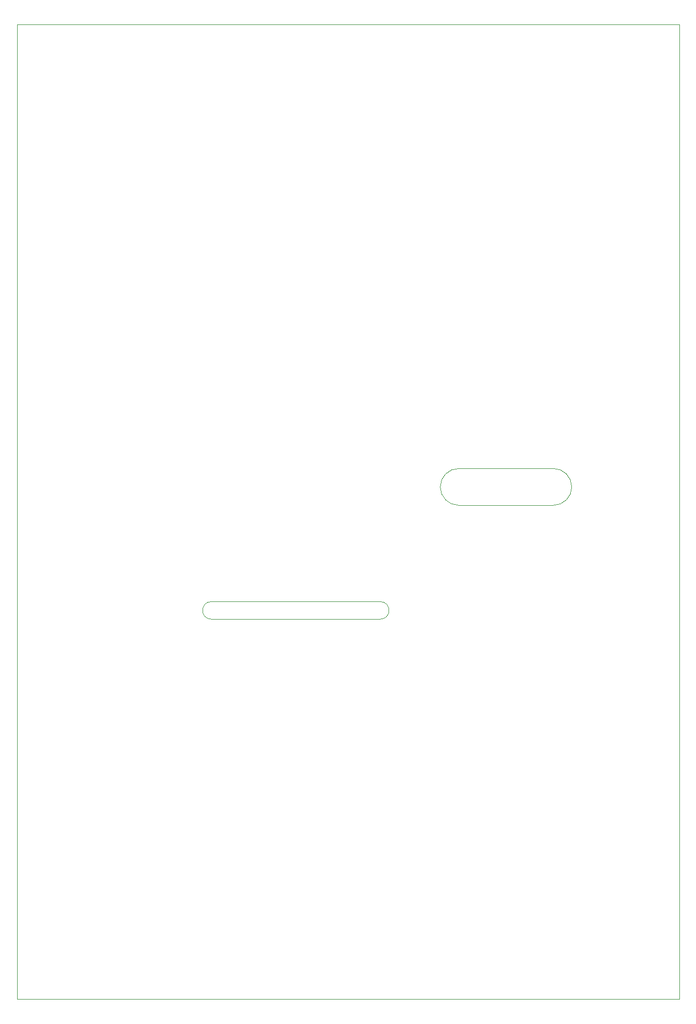
<source format=gm1>
G04 #@! TF.GenerationSoftware,KiCad,Pcbnew,8.0.4*
G04 #@! TF.CreationDate,2024-09-06T21:03:00+01:00*
G04 #@! TF.ProjectId,gk-pcbv3,676b2d70-6362-4763-932e-6b696361645f,rev?*
G04 #@! TF.SameCoordinates,Original*
G04 #@! TF.FileFunction,Profile,NP*
%FSLAX46Y46*%
G04 Gerber Fmt 4.6, Leading zero omitted, Abs format (unit mm)*
G04 Created by KiCad (PCBNEW 8.0.4) date 2024-09-06 21:03:00*
%MOMM*%
%LPD*%
G01*
G04 APERTURE LIST*
G04 #@! TA.AperFunction,Profile*
%ADD10C,0.100000*%
G04 #@! TD*
G04 APERTURE END LIST*
D10*
X131889501Y-91338401D02*
G75*
G02*
X131902201Y-97332826I12699J-2997199D01*
G01*
X103682800Y-113030000D02*
G75*
G02*
X103682800Y-115874800I0J-1422400D01*
G01*
X76149200Y-115874800D02*
G75*
G02*
X76149200Y-113030000I0J1422400D01*
G01*
X116459000Y-97332826D02*
G75*
G02*
X116471700Y-91338401I0J2997226D01*
G01*
X103682800Y-113030000D02*
X76149200Y-113030000D01*
X116471700Y-91338401D02*
X131889501Y-91338401D01*
X44450000Y-19050000D02*
X152400000Y-19050000D01*
X152400000Y-177800000D01*
X44450000Y-177800000D01*
X44450000Y-19050000D01*
X76149200Y-115874800D02*
X103682800Y-115874800D01*
X116459000Y-97332826D02*
X131902201Y-97332826D01*
M02*

</source>
